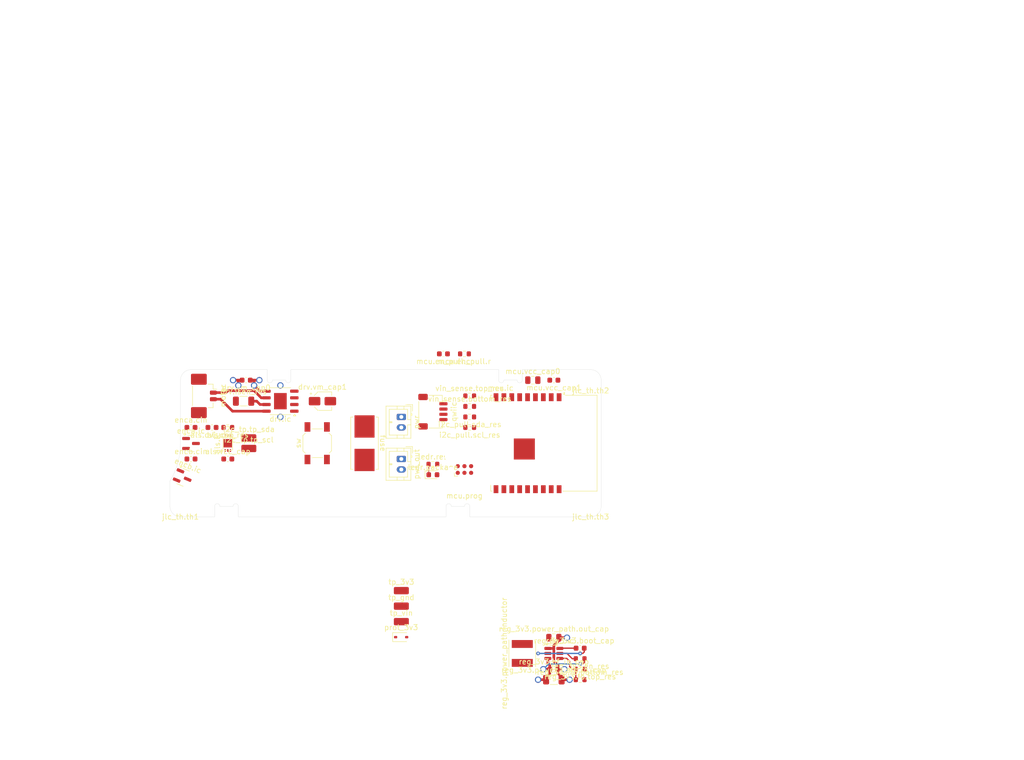
<source format=kicad_pcb>
(kicad_pcb (version 20240108) (generator "pcbnew") (generator_version "8.0")
  (layers (0 "F.Cu" signal "Front") (31 "B.Cu" signal "Back") (34 "B.Paste" user) (35 "F.Paste" user) (36 "B.SilkS" user "B.Silkscreen") (37 "F.SilkS" user "F.Silkscreen") (38 "B.Mask" user) (39 "F.Mask" user) (44 "Edge.Cuts" user))
  (net 0 "")
  (net 1 "Ri2c_chain_0.sda")
  (net 2 "Ri2c_chain_0.scl")
  (net 3 "Rgnd")
  (net 4 "Rvin")
  (net 5 "Rv3v3")
  (net 6 "Rdrv.ic.isen")
  (net 7 "Rreg_3v3.fb.output")
  (net 8 "Rreg_3v3.en_res.b")
  (net 9 "Rvin_sense.output")
  (net 10 "Rledr.res.a")
  (net 11 "Rmcu.program_boot_node")
  (net 12 "Rmcu.program_en_node")
  (net 13 "Rals.dvi_res.b")
  (net 14 "Rdrv.in2")
  (net 15 "Rsw.out")
  (net 16 "Rmcu.program_uart_node.a_tx")
  (net 17 "Renca.out")
  (net 18 "Rencb.out")
  (net 19 "Rdrv.in1")
  (net 20 "Rmcu.program_uart_node.b_tx")
  (net 21 "Rreg_3v3.boot_cap.pos")
  (net 22 "Rreg_3v3.boot_cap.neg")
  (net 23 "Rdrv.out1")
  (net 24 "Rdrv.out2")
  (net 25 "Rvin_raw")
  (footprint "edg:TestPoint_TE_RCT_0805" (layer "F.Cu") (at 111 133.95)
    (property "Reference" "tp_vin" (at 0 -1.65 0) (layer "F.SilkS"))
    (property "Value" "vin")
    (pad "1" smd roundrect (at 0 0) (size 2.85 1.4) (layers "F.Cu" "F.Paste" "F.Mask") (roundrect_rratio 0.1785714286) (net 4 "Rvin"))
  )
  (footprint "Capacitor_SMD:C_0603_1608Metric" (layer "F.Cu") (at 140 88 180)
    (property "Reference" "mcu.vcc_cap1" (at 0 -1.43 360) (layer "F.SilkS"))
    (property "Value" "50V 100nF X7R ±10% 0603 Multilayer Ceramic Capacitors MLCC - SMD/SMT ROHS")
    (pad "1" smd roundrect (at -0.775 0 180) (size 0.9 0.95) (layers "F.Cu" "F.Paste" "F.Mask") (net 5 "Rv3v3"))
    (pad "2" smd roundrect (at 0.775 0 180) (size 0.9 0.95) (layers "F.Cu" "F.Paste" "F.Mask") (net 3 "Rgnd"))
  )
  (footprint "Package_TO_SOT_SMD:HVSOF6" (layer "F.Cu") (at 78 100 90)
    (property "Reference" "als.ic" (at 0 -2 90) (layer "F.SilkS"))
    (property "Value" "BH1750")
    (pad "1" smd roundrect (at -1.38 -0.5) (size 0.25 0.55) (layers "F.Cu" "F.Paste" "F.Mask") (net 5 "Rv3v3"))
    (pad "2" smd roundrect (at -1.38 0) (size 0.25 0.55) (layers "F.Cu" "F.Paste" "F.Mask") (net 3 "Rgnd"))
    (pad "3" smd roundrect (at -1.38 0.5) (size 0.25 0.55) (layers "F.Cu" "F.Paste" "F.Mask") (net 3 "Rgnd"))
    (pad "4" smd roundrect (at 1.38 0.5) (size 0.25 0.55) (layers "F.Cu" "F.Paste" "F.Mask") (net 1 "Ri2c_chain_0.sda"))
    (pad "5" smd roundrect (at 1.38 0) (size 0.25 0.55) (layers "F.Cu" "F.Paste" "F.Mask") (net 13 "Rals.dvi_res.b"))
    (pad "6" smd roundrect (at 1.38 -0.5) (size 0.25 0.55) (layers "F.Cu" "F.Paste" "F.Mask") (net 2 "Ri2c_chain_0.scl"))
    (pad "7" smd rect (at 0 0 90) (size 1.6 1.6) (layers "F.Cu" "F.Paste" "F.Mask"))
  )
  (footprint "Package_TO_SOT_SMD:SOT-23-6" (layer "F.Cu") (at 140 140)
    (property "Reference" "reg_3v3.ic" (at 0 -2.4 0) (layer "F.SilkS"))
    (property "Value" "TPS54202H")
    (pad "1" smd roundrect (at -1.1375 -0.95) (size 1.325 0.6) (layers "F.Cu" "F.Paste" "F.Mask") (net 3 "Rgnd"))
    (pad "2" smd roundrect (at -1.1375 0) (size 1.325 0.6) (layers "F.Cu" "F.Paste" "F.Mask") (net 22 "Rreg_3v3.boot_cap.neg"))
    (pad "3" smd roundrect (at -1.1375 0.95) (size 1.325 0.6) (layers "F.Cu" "F.Paste" "F.Mask") (net 4 "Rvin"))
    (pad "4" smd roundrect (at 1.1375 0.95) (size 1.325 0.6) (layers "F.Cu" "F.Paste" "F.Mask") (net 7 "Rreg_3v3.fb.output"))
    (pad "5" smd roundrect (at 1.1375 0) (size 1.325 0.6) (layers "F.Cu" "F.Paste" "F.Mask") (net 8 "Rreg_3v3.en_res.b"))
    (pad "6" smd roundrect (at 1.1375 -0.95) (size 1.325 0.6) (layers "F.Cu" "F.Paste" "F.Mask") (net 21 "Rreg_3v3.boot_cap.pos"))
  )
  (footprint "Resistor_SMD:R_0603_1608Metric" (layer "F.Cu") (at 117 104)
    (property "Reference" "ledr.res" (at 0 -1.43 0) (layer "F.SilkS"))
    (property "Value" "±1% 1/10W Thick Film Resistors 75V ±100ppm/? -55?~+155? 1k? 0603 Chip Resistor - Surface Mount ROHS")
    (pad "1" smd roundrect (at -0.825 0) (size 0.8 0.95) (layers "F.Cu" "F.Paste" "F.Mask") (net 10 "Rledr.res.a"))
    (pad "2" smd roundrect (at 0.825 0) (size 0.8 0.95) (layers "F.Cu" "F.Paste" "F.Mask") (net 11 "Rmcu.program_boot_node"))
  )
  (footprint "Resistor_SMD:R_0603_1608Metric" (layer "F.Cu") (at 124 93)
    (property "Reference" "vin_sense.bottom_res" (at 0 -1.43 0) (layer "F.SilkS"))
    (property "Value" "±1% 1/10W Thick Film Resistors 75V ±100ppm/? -55?~+155? 10k? 0603 Chip Resistor - Surface Mount ROHS")
    (pad "1" smd roundrect (at -0.825 0) (size 0.8 0.95) (layers "F.Cu" "F.Paste" "F.Mask") (net 9 "Rvin_sense.output"))
    (pad "2" smd roundrect (at 0.825 0) (size 0.8 0.95) (layers "F.Cu" "F.Paste" "F.Mask") (net 3 "Rgnd"))
  )
  (footprint "Resistor_SMD:R_0603_1608Metric" (layer "F.Cu") (at 124 95 180)
    (property "Reference" "i2c_pull.sda_res" (at 0 -1.43 360) (layer "F.SilkS"))
    (property "Value" "±1% 1/10W Thick Film Resistors 75V ±100ppm/? -55?~+155? 4.7k? 0603 Chip Resistor - Surface Mount ROHS")
    (pad "1" smd roundrect (at -0.825 0 180) (size 0.8 0.95) (layers "F.Cu" "F.Paste" "F.Mask") (net 5 "Rv3v3"))
    (pad "2" smd roundrect (at 0.825 0 180) (size 0.8 0.95) (layers "F.Cu" "F.Paste" "F.Mask") (net 1 "Ri2c_chain_0.sda"))
  )
  (footprint "Fuse:Fuseholder_Littelfuse_Nano2_154x" (layer "F.Cu") (at 104 100 -90)
    (property "Reference" "fuse" (at 0 -3.5 -90) (layer "F.SilkS"))
    (property "Value" "01550900M")
    (pad "1" smd rect (at -3.185 0 270) (size 4.24 3.81) (layers "F.Cu" "F.Paste" "F.Mask") (net 25 "Rvin_raw"))
    (pad "2" smd rect (at 3.185 0 270) (size 4.24 3.81) (layers "F.Cu" "F.Paste" "F.Mask") (net 4 "Rvin"))
  )
  (footprint "Capacitor_SMD:C_0603_1608Metric" (layer "F.Cu") (at 145 139)
    (property "Reference" "reg_3v3.boot_cap" (at 0 -1.43 0) (layer "F.SilkS"))
    (property "Value" "50V 100nF X7R ±10% 0603 Multilayer Ceramic Capacitors MLCC - SMD/SMT ROHS")
    (pad "1" smd roundrect (at -0.775 0) (size 0.9 0.95) (layers "F.Cu" "F.Paste" "F.Mask") (net 21 "Rreg_3v3.boot_cap.pos"))
    (pad "2" smd roundrect (at 0.775 0) (size 0.9 0.95) (layers "F.Cu" "F.Paste" "F.Mask") (net 22 "Rreg_3v3.boot_cap.neg"))
  )
  (footprint "edg:JlcToolingHole_1.152mm" (layer "F.Cu") (at 147 112)
    (property "Reference" "jlc_th.th3" (at 0 2 0) (layer "F.SilkS"))
    (property "Value" "")
    (pad "" np_thru_hole circle (at 0 0) (size 1.152 1.152) (drill 1.152) (layers "*.Cu" "*.Mask"))
  )
  (footprint "Resistor_SMD:R_0603_1608Metric" (layer "F.Cu") (at 78 97 180)
    (property "Reference" "als.dvi_res" (at 0 -1.43 360) (layer "F.SilkS"))
    (property "Value" "±1% 1/10W Thick Film Resistors 75V ±100ppm/? -55?~+155? 1k? 0603 Chip Resistor - Surface Mount ROHS")
    (pad "1" smd roundrect (at -0.825 0 180) (size 0.8 0.95) (layers "F.Cu" "F.Paste" "F.Mask") (net 5 "Rv3v3"))
    (pad "2" smd roundrect (at 0.825 0 180) (size 0.8 0.95) (layers "F.Cu" "F.Paste" "F.Mask") (net 13 "Rals.dvi_res.b"))
  )
  (footprint "Capacitor_SMD:C_0603_1608Metric" (layer "F.Cu") (at 119 83 180)
    (property "Reference" "mcu.en_pull.c" (at 0 -1.43 360) (layer "F.SilkS"))
    (property "Value" "50V 1uF X5R ±10% 0603 Multilayer Ceramic Capacitors MLCC - SMD/SMT ROHS")
    (pad "1" smd roundrect (at -0.775 0 180) (size 0.9 0.95) (layers "F.Cu" "F.Paste" "F.Mask") (net 12 "Rmcu.program_en_node"))
    (pad "2" smd roundrect (at 0.775 0 180) (size 0.9 0.95) (layers "F.Cu" "F.Paste" "F.Mask") (net 3 "Rgnd"))
  )
  (footprint "Resistor_SMD:R_0603_1608Metric" (layer "F.Cu") (at 124 97 180)
    (property "Reference" "i2c_pull.scl_res" (at 0 -1.43 360) (layer "F.SilkS"))
    (property "Value" "±1% 1/10W Thick Film Resistors 75V ±100ppm/? -55?~+155? 4.7k? 0603 Chip Resistor - Surface Mount ROHS")
    (pad "1" smd roundrect (at -0.825 0 180) (size 0.8 0.95) (layers "F.Cu" "F.Paste" "F.Mask") (net 5 "Rv3v3"))
    (pad "2" smd roundrect (at 0.825 0 180) (size 0.8 0.95) (layers "F.Cu" "F.Paste" "F.Mask") (net 2 "Ri2c_chain_0.scl"))
  )
  (footprint "Connector_Molex:Molex_PicoBlade_53398-0271_1x02-1MP_P1.25mm_Vertical" (layer "F.Cu") (at 74 91 -90)
    (property "Reference" "motor" (at 0 -3.1 90) (layer "F.SilkS"))
    (property "Value" "533980271")
    (pad "1" smd roundrect (at -0.625 -1.25 270) (size 0.8 1.3) (layers "F.Cu" "F.Paste" "F.Mask") (net 23 "Rdrv.out1"))
    (pad "2" smd roundrect (at 0.625 -1.25 270) (size 0.8 1.3) (layers "F.Cu" "F.Paste" "F.Mask") (net 24 "Rdrv.out2"))
    (pad "MP" smd roundrect (at -3.175 1.5 270) (size 2.1 3) (layers "F.Cu" "F.Paste" "F.Mask") (roundrect_rratio 0.119048))
    (pad "MP" smd roundrect (at 3.175 1.5 270) (size 2.1 3) (layers "F.Cu" "F.Paste" "F.Mask") (roundrect_rratio 0.119048))
  )
  (footprint "RF_Module:ESP-WROOM-02" (layer "F.Cu") (at 135 100 -90)
    (property "Reference" "mcu.ic" (at -10.5 5.13 0) (layer "F.SilkS"))
    (property "Value" "ESP32-C3-WROOM-02")
    (pad "1" smd rect (at -8.75 -6 270) (size 1.5 0.9) (layers "F.Cu" "F.Paste" "F.Mask") (net 5 "Rv3v3"))
    (pad "2" smd rect (at -8.75 -4.5 270) (size 1.5 0.9) (layers "F.Cu" "F.Paste" "F.Mask") (net 12 "Rmcu.program_en_node"))
    (pad "3" smd rect (at -8.75 -3 270) (size 1.5 0.9) (layers "F.Cu" "F.Paste" "F.Mask") (net 17 "Renca.out"))
    (pad "4" smd rect (at -8.75 -1.5 270) (size 1.5 0.9) (layers "F.Cu" "F.Paste" "F.Mask") (net 18 "Rencb.out"))
    (pad "5" smd rect (at -8.75 0 270) (size 1.5 0.9) (layers "F.Cu" "F.Paste" "F.Mask") (net 15 "Rsw.out"))
    (pad "6" smd rect (at -8.75 1.5 270) (size 1.5 0.9) (layers "F.Cu" "F.Paste" "F.Mask") (net 19 "Rdrv.in1"))
    (pad "7" smd rect (at -8.75 3 270) (size 1.5 0.9) (layers "F.Cu" "F.Paste" "F.Mask") (net 5 "Rv3v3"))
    (pad "8" smd rect (at -8.75 4.5 270) (size 1.5 0.9) (layers "F.Cu" "F.Paste" "F.Mask") (net 11 "Rmcu.program_boot_node"))
    (pad "9" smd rect (at -8.75 6 270) (size 1.5 0.9) (layers "F.Cu" "F.Paste" "F.Mask") (net 3 "Rgnd"))
    (pad "10" smd rect (at 8.75 6 270) (size 1.5 0.9) (layers "F.Cu" "F.Paste" "F.Mask") (net 14 "Rdrv.in2"))
    (pad "11" smd rect (at 8.75 4.5 270) (size 1.5 0.9) (layers "F.Cu" "F.Paste" "F.Mask") (net 20 "Rmcu.program_uart_node.b_tx"))
    (pad "12" smd rect (at 8.75 3 270) (size 1.5 0.9) (layers "F.Cu" "F.Paste" "F.Mask") (net 16 "Rmcu.program_uart_node.a_tx"))
    (pad "13" smd rect (at 8.75 1.5 270) (size 1.5 0.9) (layers "F.Cu" "F.Paste" "F.Mask"))
    (pad "14" smd rect (at 8.75 0 270) (size 1.5 0.9) (layers "F.Cu" "F.Paste" "F.Mask"))
    (pad "15" smd rect (at 8.75 -1.5 270) (size 1.5 0.9) (layers "F.Cu" "F.Paste" "F.Mask") (net 1 "Ri2c_chain_0.sda"))
    (pad "16" smd rect (at 8.75 -3 270) (size 1.5 0.9) (layers "F.Cu" "F.Paste" "F.Mask") (net 5 "Rv3v3"))
    (pad "17" smd rect (at 8.75 -4.5 270) (size 1.5 0.9) (layers "F.Cu" "F.Paste" "F.Mask") (net 2 "Ri2c_chain_0.scl"))
    (pad "18" smd rect (at 8.75 -6 270) (size 1.5 0.9) (layers "F.Cu" "F.Paste" "F.Mask") (net 9 "Rvin_sense.output"))
    (pad "19" smd rect (at 1.1 0.61 270) (size 4 4) (layers "F.Cu" "F.Paste" "F.Mask") (net 3 "Rgnd"))
  )
  (footprint "Capacitor_SMD:C_0603_1608Metric" (layer "F.Cu") (at 71 97)
    (property "Reference" "enca.cin" (at 0 -1.43 0) (layer "F.SilkS"))
    (property "Value" "50V 100nF X7R ±10% 0603 Multilayer Ceramic Capacitors MLCC - SMD/SMT ROHS")
    (pad "1" smd roundrect (at -0.775 0) (size 0.9 0.95) (layers "F.Cu" "F.Paste" "F.Mask") (net 5 "Rv3v3"))
    (pad "2" smd roundrect (at 0.775 0) (size 0.9 0.95) (layers "F.Cu" "F.Paste" "F.Mask") (net 3 "Rgnd"))
  )
  (footprint "Capacitor_SMD:C_0603_1608Metric" (layer "F.Cu") (at 78 103)
    (property "Reference" "als.vcc_cap" (at 0 -1.43 0) (layer "F.SilkS"))
    (property "Value" "50V 100nF X7R ±10% 0603 Multilayer Ceramic Capacitors MLCC - SMD/SMT ROHS")
    (pad "1" smd roundrect (at -0.775 0) (size 0.9 0.95) (layers "F.Cu" "F.Paste" "F.Mask") (net 5 "Rv3v3"))
    (pad "2" smd roundrect (at 0.775 0) (size 0.9 0.95) (layers "F.Cu" "F.Paste" "F.Mask") (net 3 "Rgnd"))
  )
  (footprint "Capacitor_SMD:C_0603_1608Metric" (layer "F.Cu") (at 81.5 88 180)
    (property "Reference" "drv.vm_cap0" (at 0 -1.43 360) (layer "F.SilkS"))
    (property "Value" "50V 100nF X7R ±10% 0603 Multilayer Ceramic Capacitors MLCC - SMD/SMT ROHS")
    (pad "1" smd roundrect (at -0.775 0 180) (size 0.9 0.95) (layers "F.Cu" "F.Paste" "F.Mask") (net 4 "Rvin"))
    (pad "2" smd roundrect (at 0.775 0 180) (size 0.9 0.95) (layers "F.Cu" "F.Paste" "F.Mask") (net 3 "Rgnd"))
  )
  (footprint "Resistor_SMD:R_0603_1608Metric" (layer "F.Cu") (at 145 141 180)
    (property "Reference" "reg_3v3.en_res" (at 0 -1.43 180) (layer "F.SilkS"))
    (property "Value" "±1% 1/10W Thick Film Resistors 75V ±100ppm/? -55?~+155? 510k? 0603 Chip Resistor - Surface Mount ROHS")
    (pad "1" smd roundrect (at -0.825 0 180) (size 0.8 0.95) (layers "F.Cu" "F.Paste" "F.Mask") (net 4 "Rvin"))
    (pad "2" smd roundrect (at 0.825 0 180) (size 0.8 0.95) (layers "F.Cu" "F.Paste" "F.Mask") (net 8 "Rreg_3v3.en_res.b"))
  )
  (footprint "Resistor_SMD:R_0603_1608Metric" (layer "F.Cu") (at 123 83 180)
    (property "Reference" "mcu.en_pull.r" (at 0 -1.43 360) (layer "F.SilkS"))
    (property "Value" "±1% 1/10W Thick Film Resistors 75V ±100ppm/? -55?~+155? 10k? 0603 Chip Resistor - Surface Mount ROHS")
    (pad "1" smd roundrect (at -0.825 0 180) (size 0.8 0.95) (layers "F.Cu" "F.Paste" "F.Mask") (net 5 "Rv3v3"))
    (pad "2" smd roundrect (at 0.825 0 180) (size 0.8 0.95) (layers "F.Cu" "F.Paste" "F.Mask") (net 12 "Rmcu.program_en_node"))
  )
  (footprint "Button_Switch_SMD:SW_SPST_SKQG_WithoutStem" (layer "F.Cu") (at 95 100 90)
    (property "Reference" "sw" (at 0 -3.6 90) (layer "F.SilkS"))
    (property "Value" "5.1mm switch")
    (pad "1" smd rect (at -3.1 -1.85 90) (size 1.8 1.1) (layers "F.Cu" "F.Paste" "F.Mask") (net 15 "Rsw.out"))
    (pad "1" smd rect (at 3.1 -1.85 90) (size 1.8 1.1) (layers "F.Cu" "F.Paste" "F.Mask") (net 15 "Rsw.out"))
    (pad "2" smd rect (at -3.1 1.85 90) (size 1.8 1.1) (layers "F.Cu" "F.Paste" "F.Mask") (net 3 "Rgnd"))
    (pad "2" smd rect (at 3.1 1.85 90) (size 1.8 1.1) (layers "F.Cu" "F.Paste" "F.Mask") (net 3 "Rgnd"))
  )
  (footprint "Diode_SMD:D_SOD-323" (layer "F.Cu") (at 110.965 136.9)
    (property "Reference" "prot_3v3" (at 0 -1.85 0) (layer "F.SilkS"))
    (property "Value" "5?A@1V 90? Single 3.53V~3.67V 200mW 3.6V SOD-323 Zener Diodes ROHS")
    (pad "1" smd roundrect (at -1.05 0) (size 0.6 0.45) (layers "F.Cu" "F.Paste" "F.Mask") (net 5 "Rv3v3"))
    (pad "2" smd roundrect (at 1.05 0) (size 0.6 0.45) (layers "F.Cu" "F.Paste" "F.Mask") (net 3 "Rgnd"))
  )
  (footprint "Connector:Tag-Connect_TC2030-IDC-FP_2x03_P1.27mm_Vertical" (layer "F.Cu") (at 123 105)
    (property "Reference" "mcu.prog" (at 0 5 0) (layer "F.SilkS"))
    (property "Value" "")
    (pad "" np_thru_hole circle (at -2.54 -2.54) (size 2.3749 2.3749) (drill 2.3749) (layers "*.Cu" "*.Mask"))
    (pad "" np_thru_hole circle (at -2.54 0) (size 0.9906 0.9906) (drill 0.9906) (layers "*.Cu" "*.Mask"))
    (pad "" np_thru_hole circle (at -2.54 2.54) (size 2.3749 2.3749) (drill 2.3749) (layers "*.Cu" "*.Mask"))
    (pad "" np_thru_hole circle (at 0.635 -2.54) (size 2.3749 2.3749) (drill 2.3749) (layers "*.Cu" "*.Mask"))
    (pad "" np_thru_hole circle (at 0.635 2.54) (size 2.3749 2.3749) (drill 2.3749) (layers "*.Cu" "*.Mask"))
    (pad "" np_thru_hole circle (at 2.54 -1.016) (size 0.9906 0.9906) (drill 0.9906) (layers "*.Cu" "*.Mask"))
    (pad "" np_thru_hole circle (at 2.54 1.016) (size 0.9906 0.9906) (drill 0.9906) (layers "*.Cu" "*.Mask"))
    (pad "1" connect circle (at -1.27 0.635) (size 0.7874 0.7874) (layers "F.Cu" "F.Mask") (net 5 "Rv3v3"))
    (pad "2" connect circle (at -1.27 -0.635) (size 0.7874 0.7874) (layers "F.Cu" "F.Mask") (net 11 "Rmcu.program_boot_node"))
    (pad "3" connect circle (at 0 0.635) (size 0.7874 0.7874) (layers "F.Cu" "F.Mask") (net 16 "Rmcu.program_uart_node.a_tx"))
    (pad "4" connect circle (at 0 -0.635) (size 0.7874 0.7874) (layers "F.Cu" "F.Mask") (net 20 "Rmcu.program_uart_node.b_tx"))
    (pad "5" connect circle (at 1.27 0.635) (size 0.7874 0.7874) (layers "F.Cu" "F.Mask") (net 3 "Rgnd"))
    (pad "6" connect circle (at 1.27 -0.635) (size 0.7874 0.7874) (layers "F.Cu" "F.Mask") (net 12 "Rmcu.program_en_node"))
  )
  (footprint "Capacitor_SMD:C_0805_2012Metric" (layer "F.Cu") (at 140 137)
    (property "Reference" "reg_3v3.power_path.out_cap" (at 0 -1.68 0) (layer "F.SilkS"))
    (property "Value" "X5R 25V ±10% 10uF 0805 Multilayer Ceramic Capacitors MLCC - SMD/SMT ROHS")
    (pad "1" smd roundrect (at -0.95 0) (size 1 1.45) (layers "F.Cu" "F.Paste" "F.Mask") (net 5 "Rv3v3"))
    (pad "2" smd roundrect (at 0.95 0) (size 1 1.45) (layers "F.Cu" "F.Paste" "F.Mask") (net 3 "Rgnd"))
  )
  (footprint "Connector_JST:JST_SH_SM04B-SRSS-TB_1x04-1MP_P1.00mm_Horizontal" (layer "F.Cu") (at 117 94 -90)
    (property "Reference" "qwiic" (at 0 -3.98 90) (layer "F.SilkS"))
    (property "Value" "SM04B-SRSS-TB")
    (pad "1" smd roundrect (at -1.5 -2 270) (size 0.6 1.55) (layers "F.Cu" "F.Paste" "F.Mask") (net 3 "Rgnd"))
    (pad "2" smd roundrect (at -0.5 -2 270) (size 0.6 1.55) (layers "F.Cu" "F.Paste" "F.Mask") (net 5 "Rv3v3"))
    (pad "3" smd roundrect (at 0.5 -2 270) (size 0.6 1.55) (layers "F.Cu" "F.Paste" "F.Mask") (net 1 "Ri2c_chain_0.sda"))
    (pad "4" smd roundrect (at 1.5 -2 270) (size 0.6 1.55) (layers "F.Cu" "F.Paste" "F.Mask") (net 2 "Ri2c_chain_0.scl"))
    (pad "MP" smd roundrect (at -2.8 1.875 270) (size 1.2 1.8) (layers "F.Cu" "F.Paste" "F.Mask") (roundrect_rratio 0.208333))
    (pad "MP" smd roundrect (at 2.8 1.875 270) (size 1.2 1.8) (layers "F.Cu" "F.Paste" "F.Mask") (roundrect_rratio 0.208333))
  )
  (footprint "Resistor_SMD:R_0603_1608Metric" (layer "F.Cu") (at 124 91)
    (property "Reference" "vin_sense.top_res" (at 0 -1.43 0) (layer "F.SilkS"))
    (property "Value" "±1% 1/10W Thick Film Resistors 75V ±100ppm/? -55?~+155? 56k? 0603 Chip Resistor - Surface Mount ROHS")
    (pad "1" smd roundrect (at -0.825 0) (size 0.8 0.95) (layers "F.Cu" "F.Paste" "F.Mask") (net 4 "Rvin"))
    (pad "2" smd roundrect (at 0.825 0) (size 0.8 0.95) (layers "F.Cu" "F.Paste" "F.Mask") (net 9 "Rvin_sense.output"))
  )
  (footprint "edg:TestPoint_TE_RCT_0805" (layer "F.Cu") (at 111 128.05)
    (property "Reference" "tp_3v3" (at 0 -1.65 0) (layer "F.SilkS"))
    (property "Value" "v3v3")
    (pad "1" smd roundrect (at 0 0) (size 2.85 1.4) (layers "F.Cu" "F.Paste" "F.Mask") (roundrect_rratio 0.1785714286) (net 5 "Rv3v3"))
  )
  (footprint "edg:JlcToolingHole_1.152mm" (layer "F.Cu") (at 147 88)
    (property "Reference" "jlc_th.th2" (at 0 2 0) (layer "F.SilkS"))
    (property "Value" "")
    (pad "" np_thru_hole circle (at 0 0) (size 1.152 1.152) (drill 1.152) (layers "*.Cu" "*.Mask"))
  )
  (footprint "Capacitor_SMD:C_0603_1608Metric" (layer "F.Cu") (at 140 143)
    (property "Reference" "reg_3v3.hf_in_cap" (at 0 -1.43 0) (layer "F.SilkS"))
    (property "Value" "50V 100nF X7R ±10% 0603 Multilayer Ceramic Capacitors MLCC - SMD/SMT ROHS")
    (pad "1" smd roundrect (at -0.775 0) (size 0.9 0.95) (layers "F.Cu" "F.Paste" "F.Mask") (net 4 "Rvin"))
    (pad "2" smd roundrect (at 0.775 0) (size 0.9 0.95) (layers "F.Cu" "F.Paste" "F.Mask") (net 3 "Rgnd"))
  )
  (footprint "Capacitor_SMD:C_0603_1608Metric" (layer "F.Cu") (at 75 97 180)
    (property "Reference" "als.dvi_cap" (at 0 -1.43 360) (layer "F.SilkS"))
    (property "Value" "50V 1uF X5R ±10% 0603 Multilayer Ceramic Capacitors MLCC - SMD/SMT ROHS")
    (pad "1" smd roundrect (at -0.775 0 180) (size 0.9 0.95) (layers "F.Cu" "F.Paste" "F.Mask") (net 13 "Rals.dvi_res.b"))
    (pad "2" smd roundrect (at 0.775 0 180) (size 0.9 0.95) (layers "F.Cu" "F.Paste" "F.Mask") (net 3 "Rgnd"))
  )
  (footprint "edg:JlcToolingHole_1.152mm" (layer "F.Cu") (at 69 112)
    (property "Reference" "jlc_th.th1" (at 0 2 0) (layer "F.SilkS"))
    (property "Value" "")
    (pad "" np_thru_hole circle (at 0 0) (size 1.152 1.152) (drill 1.152) (layers "*.Cu" "*.Mask"))
  )
  (footprint "edg:TestPoint_TE_RCT_0805" (layer "F.Cu") (at 82 101)
    (property "Reference" "i2c_tp.tp_scl" (at 0 -1.65 0) (layer "F.SilkS"))
    (property "Value" "i2c_chain_0.scl")
    (pad "1" smd roundrect (at 0 0) (size 2.85 1.4) (layers "F.Cu" "F.Paste" "F.Mask") (roundrect_rratio 0.1785714286) (net 2 "Ri2c_chain_0.scl"))
  )
  (footprint "edg:TestPoint_TE_RCT_0805" (layer "F.Cu") (at 111 131)
    (property "Reference" "tp_gnd" (at 0 -1.65 0) (layer "F.SilkS"))
    (property "Value" "gnd")
    (pad "1" smd roundrect (at 0 0) (size 2.85 1.4) (layers "F.Cu" "F.Paste" "F.Mask") (roundrect_rratio 0.1785714286) (net 3 "Rgnd"))
  )
  (footprint "Connector_JST:JST_PH_B2B-PH-K_1x02_P2.00mm_Vertical" (layer "F.Cu") (at 111 95 -90)
    (property "Reference" "pwr" (at 1 -2.9 90) (layer "F.SilkS"))
    (property "Value" "B2B-PH-K")
    (pad "1" thru_hole roundrect (at 0 0 270) (size 1.2 1.75) (drill 0.75) (layers "*.Cu" "*.Mask") (roundrect_rratio 0.208333) (net 3 "Rgnd"))
    (pad "2" thru_hole oval (at 2 0 270) (size 1.2 1.75) (drill 0.75) (layers "*.Cu" "*.Mask") (net 25 "Rvin_raw"))
  )
  (footprint "LED_SMD:LED_0603_1608Metric" (layer "F.Cu") (at 117 106)
    (property "Reference" "ledr.package" (at 0 -1.43 0) (layer "F.SilkS"))
    (property "Value" "Red 615~630nm 1.9~2.2V 0603 Light Emitting Diodes (LED) RoHS")
    (pad "1" smd roundrect (at -0.7875 0) (size 0.875 0.95) (layers "F.Cu" "F.Paste" "F.Mask") (net 10 "Rledr.res.a"))
    (pad "2" smd roundrect (at 0.7875 0) (size 0.875 0.95) (layers "F.Cu" "F.Paste" "F.Mask") (net 5 "Rv3v3"))
  )
  (footprint "Capacitor_SMD:CP_Elec_3x5.4" (layer "F.Cu") (at 96 92)
    (property "Reference" "drv.vm_cap1" (at 0 -2.7 0) (layer "F.SilkS"))
    (property "Value" "-40?~+105? 2000hrs@105? 47uF 5.4mm 35V 6.3mm ±20% SMD,6.3x5.4mm Aluminum Electrolytic Capacitors - SMD ROHS")
    (pad "1" smd roundrect (at -1.5 0) (size 2.2 1.6) (layers "F.Cu" "F.Paste" "F.Mask") (roundrect_rratio 0.15625) (net 4 "Rvin"))
    (pad "2" smd roundrect (at 1.5 0) (size 2.2 1.6) (layers "F.Cu" "F.Paste" "F.Mask") (roundrect_rratio 0.15625) (net 3 "Rgnd"))
  )
  (footprint "Inductor_SMD:L_Taiyo-Yuden_NR-50xx" (layer "F.Cu") (at 134 140 90)
    (property "Reference" "reg_3v3.power_path.inductor" (at 0 -3.45 90) (layer "F.SilkS"))
    (property "Value" "1.4A 22uH ±20% 126m? SMD Power Inductors ROHS")
    (pad "1" smd rect (at -1.8 0 90) (size 1.5 4) (layers "F.Cu" "F.Paste" "F.Mask") (net 22 "Rreg_3v3.boot_cap.neg"))
    (pad "2" smd rect (at 1.8 0 90) (size 1.5 4) (layers "F.Cu" "F.Paste" "F.Mask") (net 5 "Rv3v3"))
  )
  (footprint "edg:TestPoint_TE_RCT_0805" (layer "F.Cu") (at 82 99)
    (property "Reference" "i2c_tp.tp_sda" (at 0 -1.65 0) (layer "F.SilkS"))
    (property "Value" "i2c_chain_0.sda")
    (pad "1" smd roundrect (at 0 0) (size 2.85 1.4) (layers "F.Cu" "F.Paste" "F.Mask") (roundrect_rratio 0.1785714286) (net 1 "Ri2c_chain_0.sda"))
  )
  (footprint "Capacitor_SMD:C_1206_3216Metric" (layer "F.Cu") (at 140 145)
    (property "Reference" "reg_3v3.power_path.in_cap" (at 0 -1.85 0) (layer "F.SilkS"))
    (property "Value" "50V 10uF X5R ±10% 1206 Multilayer Ceramic Capacitors MLCC - SMD/SMT ROHS")
    (pad "1" smd roundrect (at -1.475 0) (size 1.15 1.8) (layers "F.Cu" "F.Paste" "F.Mask") (roundrect_rratio 0.217391) (net 4 "Rvin"))
    (pad "2" smd roundrect (at 1.475 0) (size 1.15 1.8) (layers "F.Cu" "F.Paste" "F.Mask") (roundrect_rratio 0.217391) (net 3 "Rgnd"))
  )
  (footprint "Package_SO:HSOP-8-1EP_3.9x4.9mm_P1.27mm_EP2.41x3.1mm" (layer "F.Cu") (at 88 92 180)
    (property "Reference" "drv.ic" (at 0 -3.4 360) (layer "F.SilkS"))
    (property "Value" "DRV8870DDAR")
    (pad "1" smd roundrect (at -2.65 -1.905 180) (size 1.6 0.6) (layers "F.Cu" "F.Paste" "F.Mask") (net 3 "Rgnd"))
    (pad "2" smd roundrect (at -2.65 -0.635 180) (size 1.6 0.6) (layers "F.Cu" "F.Paste" "F.Mask") (net 14 "Rdrv.in2"))
    (pad "3" smd roundrect (at -2.65 0.635 180) (size 1.6 0.6) (layers "F.Cu" "F.Paste" "F.Mask") (net 19 "Rdrv.in1"))
    (pad "4" smd roundrect (at -2.65 1.905 180) (size 1.6 0.6) (layers "F.Cu" "F.Paste" "F.Mask") (net 5 "Rv3v3"))
    (pad "5" smd roundrect (at 2.65 1.905 180) (size 1.6 0.6) (layers "F.Cu" "F.Paste" "F.Mask") (net 4 "Rvin"))
    (pad "6" smd roundrect (at 2.65 0.635 180) (size 1.6 0.6) (layers "F.Cu" "F.Paste" "F.Mask") (net 23 "Rdrv.out1"))
    (pad "7" smd roundrect (at 2.65 -0.635 180) (size 1.6 0.6) (layers "F.Cu" "F.Paste" "F.Mask") (net 6 "Rdrv.ic.isen"))
    (pad "8" smd roundrect (at 2.65 -1.905 180) (size 1.6 0.6) (layers "F.Cu" "F.Paste" "F.Mask") (net 24 "Rdrv.out2"))
    (pad "9" smd rect (at 0 0 180) (size 2.41 3.1) (property pad_prop_heatsink) (layers "F.Cu" "F.Mask") (net 3 "Rgnd"))
  )
  (footprint "Resistor_SMD:R_0603_1608Metric" (layer "F.Cu") (at 145 145)
    (property "Reference" "reg_3v3.fb.bottom_res" (at 0 -1.43 0) (layer "F.SilkS"))
    (property "Value" "±1% 1/10W Thick Film Resistors 75V ±100ppm/? -55?~+155? 1.5k? 0603 Chip Resistor - Surface Mount ROHS")
    (pad "1" smd roundrect (at -0.825 0) (size 0.8 0.95) (layers "F.Cu" "F.Paste" "F.Mask") (net 7 "Rreg_3v3.fb.output"))
    (pad "2" smd roundrect (at 0.825 0) (size 0.8 0.95) (layers "F.Cu" "F.Paste" "F.Mask") (net 3 "Rgnd"))
  )
  (footprint "Connector_JST:JST_PH_B2B-PH-K_1x02_P2.00mm_Vertical" (layer "F.Cu") (at 111 103 -90)
    (property "Reference" "pwr_out" (at 1 -2.9 90) (layer "F.SilkS"))
    (property "Value" "B2B-PH-K")
    (pad "1" thru_hole roundrect (at 0 0 270) (size 1.2 1.75) (drill 0.75) (layers "*.Cu" "*.Mask") (roundrect_rratio 0.208333) (net 3 "Rgnd"))
    (pad "2" thru_hole oval (at 2 0 270) (size 1.2 1.75) (drill 0.75) (layers "*.Cu" "*.Mask") (net 25 "Rvin_raw"))
  )
  (footprint "Capacitor_SMD:C_0603_1608Metric" (layer "F.Cu") (at 71 103)
    (property "Reference" "encb.cin" (at 0 -1.43 360) (layer "F.SilkS"))
    (property "Value" "50V 100nF X7R ±10% 0603 Multilayer Ceramic Capacitors MLCC - SMD/SMT ROHS")
    (pad "1" smd roundrect (at -0.775 0) (size 0.9 0.95) (layers "F.Cu" "F.Paste" "F.Mask") (net 5 "Rv3v3"))
    (pad "2" smd roundrect (at 0.775 0) (size 0.9 0.95) (layers "F.Cu" "F.Paste" "F.Mask") (net 3 "Rgnd"))
  )
  (footprint "Capacitor_SMD:C_0805_2012Metric" (layer "F.Cu") (at 136 88)
    (property "Reference" "mcu.vcc_cap0" (at 0 -1.68 360) (layer "F.SilkS"))
    (property "Value" "X5R 25V ±10% 10uF 0805 Multilayer Ceramic Capacitors MLCC - SMD/SMT ROHS")
    (pad "1" smd roundrect (at -0.95 0) (size 1 1.45) (layers "F.Cu" "F.Paste" "F.Mask") (net 5 "Rv3v3"))
    (pad "2" smd roundrect (at 0.95 0) (size 1 1.45) (layers "F.Cu" "F.Paste" "F.Mask") (net 3 "Rgnd"))
  )
  (footprint "Resistor_SMD:R_1206_3216Metric" (layer "F.Cu") (at 81 92)
    (property "Reference" "drv.isen_res" (at 0 -1.82 0) (layer "F.SilkS"))
    (property "Value" "±1% 1/4W Thick Film Resistors 200V ±800ppm/? -55?~+155? 680m? 1206 Chip Resistor - Surface Mount ROHS")
    (pad "1" smd roundrect (at -1.4625 0) (size 1.125 1.75) (layers "F.Cu" "F.Paste" "F.Mask") (roundrect_rratio 0.222222) (net 3 "Rgnd"))
    (pad "2" smd roundrect (at 1.4625 0) (size 1.125 1.75) (layers "F.Cu" "F.Paste" "F.Mask") (roundrect_rratio 0.222222) (net 6 "Rdrv.ic.isen"))
  )
  (footprint "Resistor_SMD:R_0603_1608Metric" (layer "F.Cu") (at 145 143 180)
    (property "Reference" "reg_3v3.fb.top_res" (at 0 -1.43 180) (layer "F.SilkS"))
    (property "Value" "±1% 1/10W Thick Film Resistors 75V ±100ppm/? -55?~+155? 6.8k? 0603 Chip Resistor - Surface Mount ROHS")
    (pad "1" smd roundrect (at -0.825 0 180) (size 0.8 0.95) (layers "F.Cu" "F.Paste" "F.Mask") (net 5 "Rv3v3"))
    (pad "2" smd roundrect (at 0.825 0 180) (size 0.8 0.95) (layers "F.Cu" "F.Paste" "F.Mask") (net 7 "Rreg_3v3.fb.output"))
  )
  (footprint "Package_TO_SOT_SMD:SOT-23" (layer "F.Cu") (at 71 100.05)
    (property "Reference" "enca.ic" (at 0 -2.4 0) (layer "F.SilkS"))
    (property "Value" "AH1806-W-7")
    (pad "1" smd roundrect (at -0.9375 -0.95) (size 1.475 0.6) (layers "F.Cu" "F.Paste" "F.Mask") (net 5 "Rv3v3"))
    (pad "2" smd roundrect (at -0.9375 0.95) (size 1.475 0.6) (layers "F.Cu" "F.Paste" "F.Mask") (net 3 "Rgnd"))
    (pad "3" smd roundrect (at 0.9375 0) (size 1.475 0.6) (layers "F.Cu" "F.Paste" "F.Mask") (net 17 "Renca.out"))
  )
  (footprint "Package_TO_SOT_SMD:SOT-23" (layer "F.Cu") (at 69.5 106.5 -22.5)
    (property "Reference" "encb.ic" (at 0 -2.4 157.5) (layer "F.SilkS"))
    (property "Value" "AH1806-W-7")
    (pad "1" smd roundrect (at -0.9375 -0.950001 337.5) (size 1.475 0.6) (layers "F.Cu" "F.Paste" "F.Mask") (net 5 "Rv3v3"))
    (pad "2" smd roundrect (at -0.9375 0.95 337.5) (size 1.475 0.6) (layers "F.Cu" "F.Paste" "F.Mask") (net 3 "Rgnd"))
    (pad "3" smd roundrect (at 0.9375 -0.000001 337.5) (size 1.475 0.6) (layers "F.Cu" "F.Paste" "F.Mask") (net 18 "Rencb.out"))
  )
  (gr_arc (start 147 86) (mid 148.414214 86.585786) (end 149 88) (stroke (width 0.0381)) (layer "Edge.Cuts"))
  (gr_line (start 80 112) (end 80 114) (stroke (width 0.0381)) (layer "Edge.Cuts"))
  (gr_arc (start 69 114) (mid 67.585786 113.414214) (end 67 112) (stroke (width 0.0381)) (layer "Edge.Cuts"))
  (gr_line (start 124 114) (end 147 114) (stroke (width 0.0381)) (layer "Edge.Cuts"))
  (gr_line (start 119.5 112) (end 119.5 114) (stroke (width 0.0381)) (layer "Edge.Cuts"))
  (gr_line (start 75.5 112) (end 75.5 114) (stroke (width 0.0381)) (layer "Edge.Cuts"))
  (gr_line (start 149 88) (end 149 112) (stroke (width 0.0381)) (layer "Edge.Cuts"))
  (gr_line (start 129.5 86) (end 129.5 88) (stroke (width 0.0381)) (layer "Edge.Cuts"))
  (gr_line (start 85.5 86) (end 85.5 88) (stroke (width 0.0381)) (layer "Edge.Cuts"))
  (gr_line (start 123 112) (end 120.5 112) (stroke (width 0.0381)) (layer "Edge.Cuts"))
  (gr_arc (start 149 112) (mid 148.414214 113.414214) (end 147 114) (stroke (width 0.0381)) (layer "Edge.Cuts"))
  (gr_line (start 69 88) (end 69 100) (stroke (width 0.0381)) (layer "Edge.Cuts"))
  (gr_line (start 134 86) (end 134 88) (stroke (width 0.0381)) (layer "Edge.Cuts"))
  (gr_arc (start 75.5 112) (mid 76 111.5) (end 76.5 112) (stroke (width 0.0381)) (layer "Edge.Cuts"))
  (gr_line (start 80 114) (end 119.5 114) (stroke (width 0.0381)) (layer "Edge.Cuts"))
  (gr_arc (start 90 88) (mid 89.5 88.5) (end 89 88) (stroke (width 0.0381)) (layer "Edge.Cuts"))
  (gr_line (start 67 107.211103) (end 67 112) (stroke (width 0.0381)) (layer "Edge.Cuts"))
  (gr_line (start 69 114) (end 75.5 114) (stroke (width 0.0381)) (layer "Edge.Cuts"))
  (gr_line (start 124 112) (end 124 114) (stroke (width 0.0381)) (layer "Edge.Cuts"))
  (gr_arc (start 130.5 88) (mid 130 88.5) (end 129.5 88) (stroke (width 0.0381)) (layer "Edge.Cuts"))
  (gr_arc (start 69 100) (mid 68.490738 103.741658) (end 67 107.211103) (stroke (width 0.0381)) (layer "Edge.Cuts"))
  (gr_arc (start 123 112) (mid 123.5 111.5) (end 124 112) (stroke (width 0.0381)) (layer "Edge.Cuts"))
  (gr_arc (start 69 88) (mid 69.585786 86.585786) (end 71 86) (stroke (width 0.0381)) (layer "Edge.Cuts"))
  (gr_arc (start 134 88) (mid 133.5 88.5) (end 133 88) (stroke (width 0.0381)) (layer "Edge.Cuts"))
  (gr_arc (start 86.5 88) (mid 86 88.5) (end 85.5 88) (stroke (width 0.0381)) (layer "Edge.Cuts"))
  (gr_line (start 129.5 86) (end 90 86) (stroke (width 0.0381)) (layer "Edge.Cuts"))
  (gr_arc (start 119.5 112) (mid 120 111.5) (end 120.5 112) (stroke (width 0.0381)) (layer "Edge.Cuts"))
  (gr_line (start 86.5 88) (end 89 88) (stroke (width 0.0381)) (layer "Edge.Cuts"))
  (gr_line (start 90 86) (end 90 88) (stroke (width 0.0381)) (layer "Edge.Cuts"))
  (gr_line (start 79 112) (end 76.5 112) (stroke (width 0.0381)) (layer "Edge.Cuts"))
  (gr_line (start 85.5 86) (end 71 86) (stroke (width 0.0381)) (layer "Edge.Cuts"))
  (gr_arc (start 79 112) (mid 79.5 111.5) (end 80 112) (stroke (width 0.0381)) (layer "Edge.Cuts"))
  (gr_line (start 130.5 88) (end 133 88) (stroke (width 0.0381)) (layer "Edge.Cuts"))
  (gr_line (start 147 86) (end 134 86) (stroke (width 0.0381)) (layer "Edge.Cuts"))
  (segment (start 140.775 143) (end 142 143) (width 0.5) (layer "F.Cu") (net 3))
  (segment (start 140 141.5) (end 140.775 142.275) (width 0.5) (layer "F.Cu") (net 3))
  (segment (start 140.95 137) (end 140.95 137.55) (width 0.5) (layer "F.Cu") (net 3))
  (segment (start 140.775 142.275) (end 140.775 143) (width 0.5) (layer "F.Cu") (net 3))
  (segment (start 80 89) (end 80 88) (width 0.5) (layer "F.Cu") (net 3))
  (segment (start 140 139) (end 140 141.5) (width 0.5) (layer "F.Cu") (net 3))
  (segment (start 138.8625 139.05) (end 139.95 139.05) (width 0.5) (layer "F.Cu") (net 3))
  (segment (start 140.95 137) (end 142.5 137) (width 0.5) (layer "F.Cu") (net 3))
  (segment (start 79 88) (end 80 88) (width 0.5) (layer "F.Cu") (net 3))
  (segment (start 140 138.5) (end 140 139) (width 0.5) (layer "F.Cu") (net 3))
  (segment (start 143 145) (end 141.475 145) (width 0.5) (layer "F.Cu") (net 3))
  (segment (start 80 88) (end 80.725 88) (width 0.5) (layer "F.Cu") (net 3))
  (segment (start 140.775 143.775) (end 140.775 143) (width 0.5) (layer "F.Cu") (net 3))
  (segment (start 141.475 144.475) (end 140.775 143.775) (width 0.5) (layer "F.Cu") (net 3))
  (segment (start 139.95 139.05) (end 140 139) (width 0.5) (layer "F.Cu") (net 3))
  (segment (start 140.95 137.55) (end 140 138.5) (width 0.5) (layer "F.Cu") (net 3))
  (via (at 143 145) (size 1.2) (drill 0.8) (layers "F.Cu" "B.Cu") (net 3))
  (via (at 142.5 137) (size 1.2) (drill 0.8) (layers "F.Cu" "B.Cu") (net 3))
  (via (at 88 95) (size 1.2) (drill 0.8) (layers "F.Cu" "B.Cu") (net 3))
  (via (at 88 89) (size 1.2) (drill 0.8) (layers "F.Cu" "B.Cu") (net 3))
  (via (at 142 143) (size 1.2) (drill 0.8) (layers "F.Cu" "B.Cu") (net 3))
  (via (at 79 88) (size 1.2) (drill 0.8) (layers "F.Cu" "B.Cu") (net 3))
  (via (at 80 89) (size 1.2) (drill 0.8) (layers "F.Cu" "B.Cu") (net 3))
  (segment (start 137 145) (end 138.525 145) (width 0.5) (layer "F.Cu") (net 4))
  (segment (start 138.525 144.475) (end 139.225 143.775) (width 0.5) (layer "F.Cu") (net 4))
  (segment (start 85.35 90.095) (end 84.095 90.095) (width 0.5) (layer "F.Cu") (net 4))
  (segment (start 145.5 142) (end 145 142) (width 0.25) (layer "F.Cu") (net 4))
  (segment (start 145.825 141) (end 145.825 141.675) (width 0.25) (layer "F.Cu") (net 4))
  (segment (start 82.275 88) (end 83 88) (width 0.5) (layer "F.Cu") (net 4))
  (segment (start 145.825 141.675) (end 145.5 142) (width 0.25) (layer "F.Cu") (net 4))
  (segment (start 138.8625 141.8625) (end 139.225 142.225) (width 0.5) (layer "F.Cu") (net 4))
  (segment (start 139.225 143.775) (end 139.225 143) (width 0.5) (layer "F.Cu") (net 4))
  (segment (start 138 143) (end 139.225 143) (width 0.5) (layer "F.Cu") (net 4))
  (segment (start 84.095 90.095) (end 83 89) (width 0.5) (layer "F.Cu") (net 4))
  (segment (start 139.225 142.225) (end 139.225 143) (width 0.5) (layer "F.Cu") (net 4))
  (segment (start 138.8625 140.95) (end 138.8625 141.8625) (width 0.5) (layer "F.Cu") (net 4))
  (segment (start 83 89) (end 83 88) (width 0.5) (layer "F.Cu") (net 4))
  (segment (start 83 88) (end 84 88) (width 0.5) (layer "F.Cu") (net 4))
  (via (at 145 142) (size 0.7) (drill 0.3) (layers "F.Cu" "B.Cu") (net 4))
  (via (at 83 89) (size 1.2) (drill 0.8) (layers "F.Cu" "B.Cu") (net 4))
  (via (at 137 145) (size 1.2) (drill 0.8) (layers "F.Cu" "B.Cu") (net 4))
  (via (at 84 88) (size 1.2) (drill 0.8) (layers "F.Cu" "B.Cu") (net 4))
  (via (at 138 143) (size 1.2) (drill 0.8) (layers "F.Cu" "B.Cu") (net 4))
  (segment (start 139 142) (end 138 143) (width 0.25) (layer "B.Cu") (net 4))
  (segment (start 145 142) (end 139 142) (width 0.25) (layer "B.Cu") (net 4))
  (segment (start 82.4625 92) (end 83.5 92) (width 0.5) (layer "F.Cu") (net 6))
  (segment (start 83.5 92) (end 84.135 92.635) (width 0.5) (layer "F.Cu") (net 6))
  (segment (start 84.135 92.635) (end 85.35 92.635) (width 0.5) (layer "F.Cu") (net 6))
  (segment (start 144.175 145) (end 144.175 143) (width 0.25) (layer "F.Cu") (net 7))
  (segment (start 143.5 143) (end 143 142.5) (width 0.25) (layer "F.Cu") (net 7))
  (segment (start 144.175 143) (end 143.5 143) (width 0.25) (layer "F.Cu") (net 7))
  (segment (start 143 142.5) (end 143 141.5) (width 0.25) (layer "F.Cu") (net 7))
  (segment (start 143 141.5) (end 142.45 140.95) (width 0.25) (layer "F.Cu") (net 7))
  (segment (start 142.45 140.95) (end 141.1375 140.95) (width 0.25) (layer "F.Cu") (net 7))
  (segment (start 144.175 141) (end 143.5 141) (width 0.25) (layer "F.Cu") (net 8))
  (segment (start 143.5 141) (end 142.5 140) (width 0.25) (layer "F.Cu") (net 8))
  (segment (start 142.5 140) (end 141.1375 140) (width 0.25) (layer "F.Cu") (net 8))
  (segment (start 116.2125 104.0375) (end 116.175 104) (width 0.15) (layer "F.Cu") (net 10))
  (segment (start 116.2125 106) (end 116.2125 104.0375) (width 0.15) (layer "F.Cu") (net 10))
  (segment (start 144.225 139) (end 141.1875 139) (width 0.25) (layer "F.Cu") (net 21))
  (segment (start 145.5 140) (end 145 140) (width 0.25) (layer "F.Cu") (net 22))
  (segment (start 145.5 140) (end 145.775 139.725) (width 0.25) (layer "F.Cu") (net 22))
  (segment (start 145.775 139.725) (end 145.775 139) (width 0.25) (layer "F.Cu") (net 22))
  (via (at 145 140) (size 0.7) (drill 0.3) (layers "F.Cu" "B.Cu") (net 22))
  (via (at 137 140) (size 0.7) (drill 0.3) (layers "F.Cu" "B.Cu") (net 22))
  (segment (start 137 140) (end 145 140) (width 0.25) (layer "B.Cu") (net 22))
  (segment (start 75.25 90.375) (end 77.625 90.375) (width 0.5) (layer "F.Cu") (net 23))
  (segment (start 83 90) (end 84.365 91.365) (width 0.5) (layer "F.Cu") (net 23))
  (segment (start 84.365 91.365) (end 85.35 91.365) (width 0.5) (layer "F.Cu") (net 23))
  (segment (start 78 90) (end 83 90) (width 0.5) (layer "F.Cu") (net 23))
  (segment (start 77.625 90.375) (end 78 90) (width 0.5) (layer "F.Cu") (net 23))
  (segment (start 78.905 93.905) (end 85.35 93.905) (width 0.5) (layer "F.Cu") (net 24))
  (segment (start 76.625 91.625) (end 78.905 93.905) (width 0.5) (layer "F.Cu") (net 24))
  (segment (start 75.25 91.625) (end 76.625 91.625) (width 0.5) (layer "F.Cu") (net 24))
)
</source>
